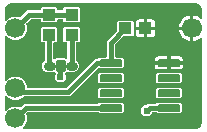
<source format=gtl>
G04 EAGLE Gerber X2 export*
%TF.Part,Single*%
%TF.FileFunction,Other,Top Copper*%
%TF.FilePolarity,Positive*%
%TF.GenerationSoftware,Autodesk,EAGLE,9.6.2*%
%TF.CreationDate,2024-01-02T09:51:12Z*%
G75*
%MOMM*%
%FSLAX34Y34*%
%LPD*%
%INTop Copper*%
%AMOC8*
5,1,8,0,0,1.08239X$1,22.5*%
G01*
%ADD10C,0.150000*%
%ADD11R,1.100000X1.000000*%
%ADD12C,1.700000*%
%ADD13C,0.800000*%
%ADD14C,0.400000*%
%ADD15C,0.406400*%
%ADD16C,0.604000*%

G36*
X164526Y3815D02*
X164526Y3815D01*
X164575Y3814D01*
X165634Y3919D01*
X165661Y3926D01*
X165689Y3926D01*
X165850Y3973D01*
X167807Y4783D01*
X167863Y4818D01*
X167923Y4844D01*
X167988Y4896D01*
X168016Y4913D01*
X168029Y4928D01*
X168054Y4948D01*
X169552Y6446D01*
X169590Y6499D01*
X169636Y6546D01*
X169676Y6619D01*
X169695Y6646D01*
X169701Y6664D01*
X169717Y6693D01*
X170527Y8650D01*
X170533Y8677D01*
X170547Y8702D01*
X170581Y8866D01*
X170686Y9925D01*
X170684Y9952D01*
X170689Y10000D01*
X170689Y80213D01*
X170678Y80283D01*
X170676Y80355D01*
X170658Y80404D01*
X170650Y80455D01*
X170616Y80519D01*
X170591Y80586D01*
X170559Y80627D01*
X170534Y80673D01*
X170483Y80722D01*
X170438Y80778D01*
X170394Y80806D01*
X170356Y80842D01*
X170291Y80872D01*
X170231Y80911D01*
X170180Y80924D01*
X170133Y80946D01*
X170062Y80954D01*
X169992Y80971D01*
X169940Y80967D01*
X169889Y80973D01*
X169818Y80957D01*
X169747Y80952D01*
X169699Y80932D01*
X169648Y80920D01*
X169587Y80884D01*
X169521Y80856D01*
X169465Y80811D01*
X169437Y80794D01*
X169422Y80777D01*
X169390Y80751D01*
X169118Y80479D01*
X167712Y79457D01*
X166163Y78668D01*
X164510Y78131D01*
X163448Y77963D01*
X163448Y88138D01*
X163445Y88158D01*
X163447Y88177D01*
X163425Y88279D01*
X163408Y88381D01*
X163399Y88398D01*
X163395Y88418D01*
X163342Y88507D01*
X163293Y88598D01*
X163279Y88612D01*
X163269Y88629D01*
X163190Y88696D01*
X163115Y88767D01*
X163097Y88776D01*
X163082Y88789D01*
X162986Y88828D01*
X162892Y88871D01*
X162872Y88873D01*
X162854Y88881D01*
X162687Y88899D01*
X161924Y88899D01*
X161924Y88901D01*
X162687Y88901D01*
X162707Y88904D01*
X162726Y88902D01*
X162828Y88924D01*
X162930Y88941D01*
X162947Y88950D01*
X162967Y88954D01*
X163056Y89007D01*
X163147Y89056D01*
X163161Y89070D01*
X163178Y89080D01*
X163245Y89159D01*
X163316Y89234D01*
X163325Y89252D01*
X163338Y89267D01*
X163377Y89363D01*
X163420Y89457D01*
X163422Y89477D01*
X163430Y89495D01*
X163448Y89662D01*
X163448Y99837D01*
X164510Y99669D01*
X166163Y99132D01*
X167712Y98343D01*
X169118Y97321D01*
X169390Y97049D01*
X169448Y97007D01*
X169500Y96958D01*
X169547Y96936D01*
X169589Y96906D01*
X169658Y96885D01*
X169723Y96854D01*
X169775Y96849D01*
X169825Y96833D01*
X169896Y96835D01*
X169967Y96827D01*
X170018Y96838D01*
X170070Y96840D01*
X170138Y96864D01*
X170208Y96880D01*
X170253Y96906D01*
X170301Y96924D01*
X170357Y96969D01*
X170419Y97006D01*
X170453Y97045D01*
X170493Y97078D01*
X170532Y97138D01*
X170579Y97193D01*
X170598Y97241D01*
X170626Y97285D01*
X170644Y97354D01*
X170671Y97421D01*
X170679Y97492D01*
X170687Y97523D01*
X170685Y97547D01*
X170689Y97587D01*
X170689Y104200D01*
X170685Y104226D01*
X170686Y104275D01*
X170581Y105334D01*
X170574Y105361D01*
X170574Y105389D01*
X170527Y105550D01*
X169717Y107507D01*
X169682Y107563D01*
X169656Y107623D01*
X169604Y107688D01*
X169587Y107716D01*
X169572Y107729D01*
X169552Y107754D01*
X168054Y109252D01*
X168001Y109290D01*
X167954Y109336D01*
X167881Y109376D01*
X167854Y109395D01*
X167836Y109401D01*
X167807Y109417D01*
X165850Y110227D01*
X165823Y110233D01*
X165798Y110247D01*
X165634Y110281D01*
X164575Y110386D01*
X164551Y110384D01*
X164536Y110386D01*
X164532Y110386D01*
X164500Y110389D01*
X10000Y110389D01*
X9978Y110386D01*
X9964Y110386D01*
X9961Y110385D01*
X9925Y110386D01*
X8866Y110281D01*
X8839Y110274D01*
X8811Y110274D01*
X8650Y110227D01*
X6693Y109417D01*
X6637Y109382D01*
X6577Y109356D01*
X6512Y109304D01*
X6484Y109287D01*
X6471Y109272D01*
X6446Y109252D01*
X4948Y107754D01*
X4910Y107701D01*
X4864Y107654D01*
X4824Y107581D01*
X4805Y107554D01*
X4799Y107536D01*
X4783Y107507D01*
X3973Y105550D01*
X3967Y105523D01*
X3953Y105498D01*
X3919Y105334D01*
X3814Y104275D01*
X3816Y104248D01*
X3811Y104200D01*
X3811Y96026D01*
X3822Y95955D01*
X3824Y95883D01*
X3842Y95834D01*
X3850Y95783D01*
X3884Y95720D01*
X3909Y95652D01*
X3941Y95612D01*
X3966Y95566D01*
X4018Y95516D01*
X4062Y95460D01*
X4106Y95432D01*
X4144Y95396D01*
X4209Y95366D01*
X4269Y95327D01*
X4320Y95314D01*
X4367Y95293D01*
X4438Y95285D01*
X4508Y95267D01*
X4560Y95271D01*
X4611Y95265D01*
X4682Y95281D01*
X4753Y95286D01*
X4801Y95307D01*
X4852Y95318D01*
X4913Y95354D01*
X4979Y95383D01*
X5035Y95427D01*
X5063Y95444D01*
X5078Y95462D01*
X5110Y95487D01*
X7021Y97399D01*
X10706Y98925D01*
X14694Y98925D01*
X16346Y98240D01*
X16413Y98225D01*
X16415Y98224D01*
X16416Y98224D01*
X16459Y98214D01*
X16573Y98185D01*
X16579Y98186D01*
X16585Y98184D01*
X16702Y98195D01*
X16818Y98204D01*
X16824Y98207D01*
X16830Y98207D01*
X16938Y98255D01*
X17045Y98301D01*
X17050Y98305D01*
X17055Y98307D01*
X17069Y98320D01*
X17117Y98359D01*
X17121Y98361D01*
X17124Y98365D01*
X17176Y98406D01*
X22902Y104132D01*
X33489Y104132D01*
X33509Y104135D01*
X33528Y104133D01*
X33630Y104155D01*
X33732Y104171D01*
X33749Y104181D01*
X33769Y104185D01*
X33858Y104238D01*
X33949Y104287D01*
X33963Y104301D01*
X33980Y104311D01*
X34047Y104390D01*
X34119Y104465D01*
X34127Y104483D01*
X34140Y104498D01*
X34179Y104594D01*
X34222Y104688D01*
X34224Y104708D01*
X34232Y104726D01*
X34250Y104893D01*
X34250Y106207D01*
X35143Y107100D01*
X47407Y107100D01*
X48300Y106207D01*
X48300Y104893D01*
X48303Y104873D01*
X48301Y104854D01*
X48323Y104752D01*
X48339Y104650D01*
X48349Y104633D01*
X48353Y104613D01*
X48406Y104524D01*
X48455Y104433D01*
X48469Y104419D01*
X48479Y104402D01*
X48558Y104335D01*
X48633Y104263D01*
X48651Y104255D01*
X48666Y104242D01*
X48762Y104203D01*
X48856Y104160D01*
X48876Y104158D01*
X48894Y104150D01*
X49061Y104132D01*
X52539Y104132D01*
X52559Y104135D01*
X52578Y104133D01*
X52680Y104155D01*
X52782Y104171D01*
X52799Y104181D01*
X52819Y104185D01*
X52908Y104238D01*
X52999Y104287D01*
X53013Y104301D01*
X53030Y104311D01*
X53097Y104390D01*
X53169Y104465D01*
X53177Y104483D01*
X53190Y104498D01*
X53229Y104594D01*
X53272Y104688D01*
X53274Y104708D01*
X53282Y104726D01*
X53300Y104893D01*
X53300Y106207D01*
X54193Y107100D01*
X66457Y107100D01*
X67350Y106207D01*
X67350Y94943D01*
X66457Y94050D01*
X54193Y94050D01*
X53300Y94943D01*
X53300Y96257D01*
X53297Y96277D01*
X53299Y96296D01*
X53277Y96398D01*
X53261Y96500D01*
X53251Y96517D01*
X53247Y96537D01*
X53194Y96626D01*
X53145Y96717D01*
X53131Y96731D01*
X53121Y96748D01*
X53042Y96815D01*
X52967Y96887D01*
X52949Y96895D01*
X52934Y96908D01*
X52838Y96947D01*
X52744Y96990D01*
X52724Y96992D01*
X52706Y97000D01*
X52539Y97018D01*
X49061Y97018D01*
X49041Y97015D01*
X49022Y97017D01*
X48920Y96995D01*
X48818Y96979D01*
X48801Y96969D01*
X48781Y96965D01*
X48692Y96912D01*
X48601Y96863D01*
X48587Y96849D01*
X48570Y96839D01*
X48503Y96760D01*
X48431Y96685D01*
X48423Y96667D01*
X48410Y96652D01*
X48371Y96556D01*
X48328Y96462D01*
X48326Y96442D01*
X48318Y96424D01*
X48300Y96257D01*
X48300Y94943D01*
X47407Y94050D01*
X35143Y94050D01*
X34250Y94943D01*
X34250Y96257D01*
X34247Y96277D01*
X34249Y96296D01*
X34227Y96398D01*
X34211Y96500D01*
X34201Y96517D01*
X34197Y96537D01*
X34144Y96626D01*
X34095Y96717D01*
X34081Y96731D01*
X34071Y96748D01*
X33992Y96815D01*
X33917Y96887D01*
X33899Y96895D01*
X33884Y96908D01*
X33788Y96947D01*
X33694Y96990D01*
X33674Y96992D01*
X33656Y97000D01*
X33489Y97018D01*
X26164Y97018D01*
X26073Y97004D01*
X25983Y96996D01*
X25953Y96984D01*
X25921Y96979D01*
X25840Y96936D01*
X25756Y96900D01*
X25724Y96874D01*
X25703Y96863D01*
X25681Y96840D01*
X25625Y96795D01*
X22206Y93376D01*
X22157Y93309D01*
X22154Y93305D01*
X22152Y93302D01*
X22138Y93281D01*
X22068Y93187D01*
X22066Y93181D01*
X22062Y93176D01*
X22028Y93065D01*
X21991Y92953D01*
X21991Y92947D01*
X21990Y92941D01*
X21993Y92824D01*
X21994Y92707D01*
X21996Y92700D01*
X21996Y92695D01*
X22002Y92677D01*
X22040Y92546D01*
X22725Y90894D01*
X22725Y86906D01*
X21199Y83221D01*
X18379Y80401D01*
X14694Y78875D01*
X10706Y78875D01*
X7021Y80401D01*
X5110Y82313D01*
X5052Y82354D01*
X5000Y82404D01*
X4953Y82426D01*
X4911Y82456D01*
X4842Y82477D01*
X4777Y82507D01*
X4725Y82513D01*
X4675Y82529D01*
X4604Y82527D01*
X4533Y82535D01*
X4482Y82524D01*
X4430Y82522D01*
X4362Y82498D01*
X4292Y82482D01*
X4247Y82456D01*
X4199Y82438D01*
X4143Y82393D01*
X4081Y82356D01*
X4047Y82317D01*
X4007Y82284D01*
X3968Y82224D01*
X3921Y82169D01*
X3902Y82121D01*
X3874Y82077D01*
X3856Y82008D01*
X3829Y81941D01*
X3821Y81870D01*
X3813Y81839D01*
X3815Y81815D01*
X3811Y81774D01*
X3811Y45226D01*
X3822Y45155D01*
X3824Y45083D01*
X3842Y45034D01*
X3850Y44983D01*
X3884Y44920D01*
X3909Y44852D01*
X3941Y44812D01*
X3966Y44766D01*
X4018Y44716D01*
X4062Y44660D01*
X4106Y44632D01*
X4144Y44596D01*
X4209Y44566D01*
X4269Y44527D01*
X4320Y44514D01*
X4367Y44493D01*
X4438Y44485D01*
X4508Y44467D01*
X4560Y44471D01*
X4611Y44465D01*
X4682Y44481D01*
X4753Y44486D01*
X4801Y44507D01*
X4852Y44518D01*
X4913Y44554D01*
X4979Y44583D01*
X5035Y44627D01*
X5063Y44644D01*
X5078Y44662D01*
X5110Y44687D01*
X7021Y46599D01*
X10706Y48125D01*
X14694Y48125D01*
X18379Y46599D01*
X21199Y43779D01*
X22725Y40094D01*
X22725Y39243D01*
X22728Y39223D01*
X22726Y39204D01*
X22748Y39102D01*
X22764Y39000D01*
X22774Y38983D01*
X22778Y38963D01*
X22831Y38874D01*
X22880Y38783D01*
X22894Y38769D01*
X22904Y38752D01*
X22983Y38685D01*
X23058Y38613D01*
X23076Y38605D01*
X23091Y38592D01*
X23187Y38553D01*
X23281Y38510D01*
X23301Y38508D01*
X23319Y38500D01*
X23486Y38482D01*
X55361Y38482D01*
X55452Y38496D01*
X55542Y38504D01*
X55572Y38516D01*
X55604Y38521D01*
X55685Y38564D01*
X55769Y38600D01*
X55801Y38626D01*
X55822Y38637D01*
X55844Y38660D01*
X55900Y38705D01*
X80442Y63247D01*
X82584Y63247D01*
X82675Y63261D01*
X82765Y63269D01*
X82795Y63281D01*
X82827Y63286D01*
X82908Y63329D01*
X82992Y63365D01*
X83024Y63391D01*
X83045Y63402D01*
X83067Y63425D01*
X83123Y63470D01*
X83868Y64215D01*
X89242Y64215D01*
X89262Y64218D01*
X89281Y64216D01*
X89383Y64238D01*
X89485Y64254D01*
X89502Y64264D01*
X89522Y64268D01*
X89611Y64321D01*
X89702Y64370D01*
X89716Y64384D01*
X89733Y64394D01*
X89800Y64473D01*
X89872Y64548D01*
X89880Y64566D01*
X89893Y64581D01*
X89932Y64677D01*
X89975Y64771D01*
X89977Y64791D01*
X89985Y64809D01*
X90003Y64976D01*
X90003Y78133D01*
X98552Y86682D01*
X98605Y86756D01*
X98665Y86826D01*
X98677Y86856D01*
X98696Y86882D01*
X98723Y86969D01*
X98757Y87054D01*
X98761Y87095D01*
X98768Y87117D01*
X98767Y87149D01*
X98775Y87221D01*
X98775Y94532D01*
X99668Y95425D01*
X111932Y95425D01*
X112825Y94532D01*
X112825Y83268D01*
X111932Y82375D01*
X104621Y82375D01*
X104530Y82361D01*
X104440Y82353D01*
X104410Y82341D01*
X104378Y82336D01*
X104297Y82293D01*
X104213Y82257D01*
X104181Y82231D01*
X104160Y82220D01*
X104138Y82197D01*
X104082Y82152D01*
X97340Y75410D01*
X97287Y75336D01*
X97227Y75266D01*
X97215Y75236D01*
X97196Y75210D01*
X97169Y75123D01*
X97135Y75038D01*
X97131Y74997D01*
X97124Y74975D01*
X97125Y74943D01*
X97117Y74871D01*
X97117Y64976D01*
X97120Y64956D01*
X97118Y64937D01*
X97140Y64835D01*
X97156Y64733D01*
X97166Y64716D01*
X97170Y64696D01*
X97223Y64607D01*
X97272Y64516D01*
X97286Y64502D01*
X97296Y64485D01*
X97375Y64418D01*
X97450Y64346D01*
X97468Y64338D01*
X97483Y64325D01*
X97579Y64286D01*
X97673Y64243D01*
X97693Y64241D01*
X97711Y64233D01*
X97878Y64215D01*
X103252Y64215D01*
X104585Y62882D01*
X104585Y56498D01*
X103252Y55165D01*
X83868Y55165D01*
X83682Y55351D01*
X83666Y55362D01*
X83654Y55378D01*
X83566Y55434D01*
X83483Y55494D01*
X83464Y55500D01*
X83447Y55511D01*
X83346Y55536D01*
X83248Y55567D01*
X83228Y55566D01*
X83208Y55571D01*
X83105Y55563D01*
X83002Y55560D01*
X82983Y55553D01*
X82963Y55552D01*
X82868Y55511D01*
X82771Y55476D01*
X82755Y55463D01*
X82737Y55456D01*
X82606Y55351D01*
X58623Y31368D01*
X20461Y31368D01*
X20371Y31354D01*
X20280Y31346D01*
X20250Y31334D01*
X20218Y31329D01*
X20137Y31286D01*
X20053Y31250D01*
X20021Y31224D01*
X20001Y31213D01*
X19978Y31190D01*
X19922Y31145D01*
X18379Y29601D01*
X14694Y28075D01*
X10706Y28075D01*
X7021Y29601D01*
X5110Y31513D01*
X5052Y31554D01*
X5000Y31604D01*
X4953Y31626D01*
X4911Y31656D01*
X4842Y31677D01*
X4777Y31707D01*
X4725Y31713D01*
X4675Y31729D01*
X4604Y31727D01*
X4533Y31735D01*
X4482Y31724D01*
X4430Y31722D01*
X4362Y31698D01*
X4292Y31682D01*
X4247Y31656D01*
X4199Y31638D01*
X4143Y31593D01*
X4081Y31556D01*
X4047Y31517D01*
X4007Y31484D01*
X3968Y31424D01*
X3921Y31369D01*
X3902Y31321D01*
X3874Y31277D01*
X3856Y31208D01*
X3829Y31141D01*
X3821Y31070D01*
X3813Y31039D01*
X3815Y31015D01*
X3811Y30974D01*
X3811Y19826D01*
X3822Y19755D01*
X3824Y19683D01*
X3842Y19634D01*
X3850Y19583D01*
X3884Y19520D01*
X3909Y19452D01*
X3941Y19412D01*
X3966Y19366D01*
X4018Y19316D01*
X4062Y19260D01*
X4106Y19232D01*
X4144Y19196D01*
X4209Y19166D01*
X4269Y19127D01*
X4320Y19114D01*
X4367Y19093D01*
X4438Y19085D01*
X4508Y19067D01*
X4560Y19071D01*
X4611Y19065D01*
X4682Y19081D01*
X4753Y19086D01*
X4801Y19107D01*
X4852Y19118D01*
X4913Y19154D01*
X4979Y19183D01*
X5035Y19227D01*
X5063Y19244D01*
X5078Y19262D01*
X5110Y19287D01*
X7021Y21199D01*
X10706Y22725D01*
X14694Y22725D01*
X16346Y22040D01*
X16459Y22014D01*
X16573Y21985D01*
X16579Y21986D01*
X16585Y21984D01*
X16702Y21995D01*
X16818Y22004D01*
X16824Y22007D01*
X16830Y22007D01*
X16937Y22055D01*
X17045Y22101D01*
X17050Y22105D01*
X17055Y22107D01*
X17069Y22120D01*
X17176Y22206D01*
X20117Y25147D01*
X82584Y25147D01*
X82675Y25161D01*
X82765Y25169D01*
X82795Y25181D01*
X82827Y25186D01*
X82908Y25229D01*
X82992Y25265D01*
X83024Y25291D01*
X83045Y25302D01*
X83067Y25325D01*
X83123Y25370D01*
X83868Y26115D01*
X103252Y26115D01*
X104585Y24782D01*
X104585Y18398D01*
X103252Y17065D01*
X83868Y17065D01*
X83123Y17810D01*
X83049Y17863D01*
X82979Y17923D01*
X82949Y17935D01*
X82923Y17954D01*
X82836Y17981D01*
X82751Y18015D01*
X82710Y18019D01*
X82688Y18026D01*
X82656Y18025D01*
X82584Y18033D01*
X23379Y18033D01*
X23289Y18019D01*
X23198Y18011D01*
X23168Y17999D01*
X23136Y17994D01*
X23055Y17951D01*
X22971Y17915D01*
X22939Y17889D01*
X22918Y17878D01*
X22896Y17855D01*
X22840Y17810D01*
X22206Y17176D01*
X22137Y17081D01*
X22068Y16987D01*
X22066Y16981D01*
X22062Y16976D01*
X22028Y16865D01*
X21991Y16753D01*
X21991Y16747D01*
X21990Y16741D01*
X21993Y16624D01*
X21994Y16507D01*
X21996Y16500D01*
X21996Y16495D01*
X22002Y16477D01*
X22040Y16346D01*
X22725Y14694D01*
X22725Y10706D01*
X21199Y7021D01*
X19287Y5110D01*
X19246Y5052D01*
X19196Y5000D01*
X19174Y4953D01*
X19144Y4911D01*
X19123Y4842D01*
X19093Y4777D01*
X19087Y4725D01*
X19071Y4675D01*
X19073Y4604D01*
X19065Y4533D01*
X19076Y4482D01*
X19078Y4430D01*
X19102Y4362D01*
X19118Y4292D01*
X19144Y4247D01*
X19162Y4199D01*
X19207Y4143D01*
X19244Y4081D01*
X19283Y4047D01*
X19316Y4007D01*
X19376Y3968D01*
X19431Y3921D01*
X19479Y3902D01*
X19523Y3874D01*
X19592Y3856D01*
X19659Y3829D01*
X19730Y3821D01*
X19761Y3813D01*
X19785Y3815D01*
X19826Y3811D01*
X164500Y3811D01*
X164526Y3815D01*
G37*
%LPC*%
G36*
X48917Y43080D02*
X48917Y43080D01*
X46255Y45742D01*
X46255Y49508D01*
X46818Y50070D01*
X46830Y50087D01*
X46845Y50099D01*
X46902Y50186D01*
X46962Y50270D01*
X46968Y50289D01*
X46978Y50306D01*
X47004Y50406D01*
X47034Y50505D01*
X47034Y50525D01*
X47038Y50545D01*
X47030Y50648D01*
X47028Y50751D01*
X47021Y50770D01*
X47019Y50790D01*
X46979Y50885D01*
X46943Y50982D01*
X46931Y50998D01*
X46923Y51016D01*
X46818Y51147D01*
X45873Y52092D01*
X45779Y52160D01*
X45685Y52230D01*
X45679Y52232D01*
X45674Y52235D01*
X45562Y52270D01*
X45451Y52306D01*
X45445Y52306D01*
X45439Y52308D01*
X45322Y52305D01*
X45205Y52304D01*
X45198Y52302D01*
X45193Y52301D01*
X45175Y52295D01*
X45044Y52257D01*
X43519Y51625D01*
X39321Y51625D01*
X37290Y52466D01*
X35736Y54020D01*
X34895Y56051D01*
X34895Y58249D01*
X35736Y60280D01*
X37313Y61856D01*
X37347Y61878D01*
X37448Y61938D01*
X37452Y61942D01*
X37457Y61946D01*
X37532Y62036D01*
X37608Y62125D01*
X37610Y62130D01*
X37614Y62135D01*
X37656Y62244D01*
X37700Y62353D01*
X37701Y62360D01*
X37702Y62365D01*
X37703Y62383D01*
X37718Y62519D01*
X37718Y76289D01*
X37715Y76309D01*
X37717Y76328D01*
X37695Y76430D01*
X37679Y76532D01*
X37669Y76549D01*
X37665Y76569D01*
X37612Y76658D01*
X37563Y76749D01*
X37549Y76763D01*
X37539Y76780D01*
X37460Y76847D01*
X37385Y76919D01*
X37367Y76927D01*
X37352Y76940D01*
X37256Y76979D01*
X37162Y77022D01*
X37142Y77024D01*
X37124Y77032D01*
X36957Y77050D01*
X35143Y77050D01*
X34250Y77943D01*
X34250Y89207D01*
X35143Y90100D01*
X47407Y90100D01*
X48300Y89207D01*
X48300Y77943D01*
X47407Y77050D01*
X45593Y77050D01*
X45573Y77047D01*
X45554Y77049D01*
X45452Y77027D01*
X45350Y77011D01*
X45333Y77001D01*
X45313Y76997D01*
X45224Y76944D01*
X45133Y76895D01*
X45119Y76881D01*
X45102Y76871D01*
X45035Y76792D01*
X44963Y76717D01*
X44955Y76699D01*
X44942Y76684D01*
X44903Y76588D01*
X44860Y76494D01*
X44858Y76474D01*
X44850Y76456D01*
X44832Y76289D01*
X44832Y63004D01*
X44843Y62934D01*
X44845Y62862D01*
X44863Y62813D01*
X44871Y62762D01*
X44905Y62698D01*
X44930Y62631D01*
X44962Y62590D01*
X44987Y62544D01*
X45039Y62495D01*
X45083Y62439D01*
X45127Y62411D01*
X45165Y62375D01*
X45230Y62345D01*
X45290Y62306D01*
X45341Y62293D01*
X45388Y62271D01*
X45459Y62263D01*
X45529Y62246D01*
X45581Y62250D01*
X45632Y62244D01*
X45703Y62259D01*
X45774Y62265D01*
X45822Y62285D01*
X45873Y62296D01*
X45934Y62333D01*
X46000Y62361D01*
X46056Y62406D01*
X46084Y62422D01*
X46099Y62440D01*
X46131Y62466D01*
X47340Y63675D01*
X54260Y63675D01*
X55324Y62611D01*
X55382Y62569D01*
X55434Y62520D01*
X55481Y62498D01*
X55523Y62467D01*
X55592Y62446D01*
X55657Y62416D01*
X55709Y62410D01*
X55759Y62395D01*
X55830Y62397D01*
X55901Y62389D01*
X55952Y62400D01*
X56004Y62401D01*
X56072Y62426D01*
X56142Y62441D01*
X56187Y62468D01*
X56235Y62486D01*
X56291Y62531D01*
X56353Y62567D01*
X56387Y62607D01*
X56427Y62640D01*
X56466Y62700D01*
X56513Y62754D01*
X56532Y62803D01*
X56560Y62847D01*
X56578Y62916D01*
X56605Y62983D01*
X56613Y63054D01*
X56621Y63085D01*
X56619Y63108D01*
X56623Y63149D01*
X56623Y76289D01*
X56620Y76309D01*
X56622Y76328D01*
X56600Y76430D01*
X56584Y76532D01*
X56574Y76549D01*
X56570Y76569D01*
X56517Y76658D01*
X56468Y76749D01*
X56454Y76763D01*
X56444Y76780D01*
X56365Y76847D01*
X56290Y76919D01*
X56272Y76927D01*
X56257Y76940D01*
X56161Y76979D01*
X56067Y77022D01*
X56047Y77024D01*
X56029Y77032D01*
X55862Y77050D01*
X54193Y77050D01*
X53300Y77943D01*
X53300Y89207D01*
X54193Y90100D01*
X66457Y90100D01*
X67350Y89207D01*
X67350Y77943D01*
X66457Y77050D01*
X64498Y77050D01*
X64478Y77047D01*
X64459Y77049D01*
X64357Y77027D01*
X64255Y77011D01*
X64238Y77001D01*
X64218Y76997D01*
X64129Y76944D01*
X64038Y76895D01*
X64024Y76881D01*
X64007Y76871D01*
X63940Y76792D01*
X63868Y76717D01*
X63860Y76699D01*
X63847Y76684D01*
X63808Y76588D01*
X63765Y76494D01*
X63763Y76474D01*
X63755Y76456D01*
X63737Y76289D01*
X63737Y62580D01*
X63756Y62464D01*
X63773Y62349D01*
X63775Y62343D01*
X63776Y62337D01*
X63831Y62234D01*
X63884Y62129D01*
X63889Y62125D01*
X63892Y62119D01*
X63976Y62040D01*
X64060Y61957D01*
X64066Y61953D01*
X64070Y61950D01*
X64087Y61942D01*
X64207Y61876D01*
X64310Y61834D01*
X65864Y60280D01*
X66705Y58249D01*
X66705Y56051D01*
X65864Y54020D01*
X64310Y52466D01*
X62279Y51625D01*
X58081Y51625D01*
X56556Y52257D01*
X56443Y52283D01*
X56329Y52312D01*
X56323Y52312D01*
X56317Y52313D01*
X56201Y52302D01*
X56084Y52293D01*
X56078Y52291D01*
X56072Y52290D01*
X55966Y52243D01*
X55858Y52197D01*
X55852Y52192D01*
X55847Y52190D01*
X55834Y52177D01*
X55727Y52092D01*
X54782Y51147D01*
X54770Y51131D01*
X54755Y51118D01*
X54699Y51031D01*
X54638Y50947D01*
X54632Y50928D01*
X54622Y50912D01*
X54596Y50811D01*
X54566Y50712D01*
X54566Y50692D01*
X54562Y50673D01*
X54570Y50570D01*
X54572Y50466D01*
X54579Y50448D01*
X54581Y50428D01*
X54621Y50333D01*
X54657Y50235D01*
X54669Y50220D01*
X54677Y50201D01*
X54782Y50070D01*
X55345Y49508D01*
X55345Y45742D01*
X52683Y43080D01*
X48917Y43080D01*
G37*
%LPD*%
%LPC*%
G36*
X121942Y14505D02*
X121942Y14505D01*
X119280Y17167D01*
X119280Y20933D01*
X121942Y23595D01*
X123024Y23595D01*
X123115Y23609D01*
X123205Y23617D01*
X123235Y23629D01*
X123267Y23634D01*
X123348Y23677D01*
X123432Y23713D01*
X123464Y23739D01*
X123485Y23750D01*
X123492Y23758D01*
X123493Y23758D01*
X123509Y23774D01*
X123563Y23818D01*
X124892Y25147D01*
X131684Y25147D01*
X131775Y25161D01*
X131865Y25169D01*
X131895Y25181D01*
X131927Y25186D01*
X132008Y25229D01*
X132092Y25265D01*
X132124Y25291D01*
X132145Y25302D01*
X132167Y25325D01*
X132223Y25370D01*
X132968Y26115D01*
X152352Y26115D01*
X153685Y24782D01*
X153685Y18398D01*
X152352Y17065D01*
X132968Y17065D01*
X132223Y17810D01*
X132149Y17863D01*
X132079Y17923D01*
X132049Y17935D01*
X132023Y17954D01*
X131936Y17981D01*
X131851Y18015D01*
X131810Y18019D01*
X131788Y18026D01*
X131756Y18025D01*
X131684Y18033D01*
X129131Y18033D01*
X129111Y18030D01*
X129092Y18032D01*
X128990Y18010D01*
X128888Y17994D01*
X128871Y17984D01*
X128851Y17980D01*
X128762Y17927D01*
X128671Y17878D01*
X128657Y17864D01*
X128640Y17854D01*
X128573Y17775D01*
X128501Y17700D01*
X128493Y17682D01*
X128480Y17667D01*
X128441Y17571D01*
X128398Y17477D01*
X128396Y17457D01*
X128388Y17439D01*
X128370Y17272D01*
X128370Y17167D01*
X125708Y14505D01*
X121942Y14505D01*
G37*
%LPD*%
%LPC*%
G36*
X132968Y42465D02*
X132968Y42465D01*
X131635Y43798D01*
X131635Y50182D01*
X132968Y51515D01*
X152352Y51515D01*
X153685Y50182D01*
X153685Y43798D01*
X152352Y42465D01*
X132968Y42465D01*
G37*
%LPD*%
%LPC*%
G36*
X83868Y42465D02*
X83868Y42465D01*
X82535Y43798D01*
X82535Y50182D01*
X83868Y51515D01*
X103252Y51515D01*
X104585Y50182D01*
X104585Y43798D01*
X103252Y42465D01*
X83868Y42465D01*
G37*
%LPD*%
%LPC*%
G36*
X132968Y29765D02*
X132968Y29765D01*
X131635Y31098D01*
X131635Y37482D01*
X132968Y38815D01*
X152352Y38815D01*
X153685Y37482D01*
X153685Y31098D01*
X152352Y29765D01*
X132968Y29765D01*
G37*
%LPD*%
%LPC*%
G36*
X83868Y29765D02*
X83868Y29765D01*
X82535Y31098D01*
X82535Y37482D01*
X83868Y38815D01*
X103252Y38815D01*
X104585Y37482D01*
X104585Y31098D01*
X103252Y29765D01*
X83868Y29765D01*
G37*
%LPD*%
%LPC*%
G36*
X150988Y90423D02*
X150988Y90423D01*
X151156Y91485D01*
X151693Y93138D01*
X152482Y94687D01*
X153504Y96093D01*
X154732Y97321D01*
X156138Y98343D01*
X157687Y99132D01*
X159340Y99669D01*
X160402Y99837D01*
X160402Y90423D01*
X150988Y90423D01*
G37*
%LPD*%
%LPC*%
G36*
X159340Y78131D02*
X159340Y78131D01*
X157687Y78668D01*
X156138Y79457D01*
X154732Y80479D01*
X153504Y81707D01*
X152482Y83113D01*
X151693Y84662D01*
X151156Y86315D01*
X150988Y87377D01*
X160402Y87377D01*
X160402Y77963D01*
X159340Y78131D01*
G37*
%LPD*%
%LPC*%
G36*
X144159Y61189D02*
X144159Y61189D01*
X144159Y65231D01*
X151843Y65231D01*
X152680Y65006D01*
X153431Y64573D01*
X154043Y63961D01*
X154476Y63210D01*
X154701Y62373D01*
X154701Y61189D01*
X144159Y61189D01*
G37*
%LPD*%
%LPC*%
G36*
X130619Y61189D02*
X130619Y61189D01*
X130619Y62373D01*
X130844Y63210D01*
X131277Y63961D01*
X131889Y64573D01*
X132640Y65006D01*
X133477Y65231D01*
X141161Y65231D01*
X141161Y61189D01*
X130619Y61189D01*
G37*
%LPD*%
%LPC*%
G36*
X144159Y54149D02*
X144159Y54149D01*
X144159Y58191D01*
X154701Y58191D01*
X154701Y57007D01*
X154476Y56170D01*
X154043Y55419D01*
X153431Y54807D01*
X152680Y54374D01*
X151843Y54149D01*
X144159Y54149D01*
G37*
%LPD*%
%LPC*%
G36*
X133477Y54149D02*
X133477Y54149D01*
X132640Y54374D01*
X131889Y54807D01*
X131277Y55419D01*
X130844Y56170D01*
X130619Y57007D01*
X130619Y58191D01*
X141161Y58191D01*
X141161Y54149D01*
X133477Y54149D01*
G37*
%LPD*%
%LPC*%
G36*
X124323Y90423D02*
X124323Y90423D01*
X124323Y96441D01*
X128634Y96441D01*
X129281Y96268D01*
X129860Y95933D01*
X130333Y95460D01*
X130668Y94881D01*
X130841Y94234D01*
X130841Y90423D01*
X124323Y90423D01*
G37*
%LPD*%
%LPC*%
G36*
X114759Y90423D02*
X114759Y90423D01*
X114759Y94234D01*
X114932Y94881D01*
X115267Y95460D01*
X115740Y95933D01*
X116319Y96268D01*
X116966Y96441D01*
X121277Y96441D01*
X121277Y90423D01*
X114759Y90423D01*
G37*
%LPD*%
%LPC*%
G36*
X124323Y81359D02*
X124323Y81359D01*
X124323Y87377D01*
X130841Y87377D01*
X130841Y83565D01*
X130668Y82919D01*
X130333Y82340D01*
X129860Y81867D01*
X129281Y81532D01*
X128634Y81359D01*
X124323Y81359D01*
G37*
%LPD*%
%LPC*%
G36*
X116966Y81359D02*
X116966Y81359D01*
X116319Y81532D01*
X115740Y81867D01*
X115267Y82340D01*
X114932Y82919D01*
X114759Y83566D01*
X114759Y87377D01*
X121277Y87377D01*
X121277Y81359D01*
X116966Y81359D01*
G37*
%LPD*%
%LPC*%
G36*
X122799Y88899D02*
X122799Y88899D01*
X122799Y88901D01*
X122801Y88901D01*
X122801Y88899D01*
X122799Y88899D01*
G37*
%LPD*%
D10*
X102310Y57440D02*
X84810Y57440D01*
X84810Y61940D01*
X102310Y61940D01*
X102310Y57440D01*
X102310Y58865D02*
X84810Y58865D01*
X84810Y60290D02*
X102310Y60290D01*
X102310Y61715D02*
X84810Y61715D01*
X84810Y44740D02*
X102310Y44740D01*
X84810Y44740D02*
X84810Y49240D01*
X102310Y49240D01*
X102310Y44740D01*
X102310Y46165D02*
X84810Y46165D01*
X84810Y47590D02*
X102310Y47590D01*
X102310Y49015D02*
X84810Y49015D01*
X84810Y32040D02*
X102310Y32040D01*
X84810Y32040D02*
X84810Y36540D01*
X102310Y36540D01*
X102310Y32040D01*
X102310Y33465D02*
X84810Y33465D01*
X84810Y34890D02*
X102310Y34890D01*
X102310Y36315D02*
X84810Y36315D01*
X84810Y19340D02*
X102310Y19340D01*
X84810Y19340D02*
X84810Y23840D01*
X102310Y23840D01*
X102310Y19340D01*
X102310Y20765D02*
X84810Y20765D01*
X84810Y22190D02*
X102310Y22190D01*
X102310Y23615D02*
X84810Y23615D01*
X133910Y19340D02*
X151410Y19340D01*
X133910Y19340D02*
X133910Y23840D01*
X151410Y23840D01*
X151410Y19340D01*
X151410Y20765D02*
X133910Y20765D01*
X133910Y22190D02*
X151410Y22190D01*
X151410Y23615D02*
X133910Y23615D01*
X133910Y32040D02*
X151410Y32040D01*
X133910Y32040D02*
X133910Y36540D01*
X151410Y36540D01*
X151410Y32040D01*
X151410Y33465D02*
X133910Y33465D01*
X133910Y34890D02*
X151410Y34890D01*
X151410Y36315D02*
X133910Y36315D01*
X133910Y44740D02*
X151410Y44740D01*
X133910Y44740D02*
X133910Y49240D01*
X151410Y49240D01*
X151410Y44740D01*
X151410Y46165D02*
X133910Y46165D01*
X133910Y47590D02*
X151410Y47590D01*
X151410Y49015D02*
X133910Y49015D01*
X133910Y57440D02*
X151410Y57440D01*
X133910Y57440D02*
X133910Y61940D01*
X151410Y61940D01*
X151410Y57440D01*
X151410Y58865D02*
X133910Y58865D01*
X133910Y60290D02*
X151410Y60290D01*
X151410Y61715D02*
X133910Y61715D01*
D11*
X105800Y88900D03*
X122800Y88900D03*
D12*
X12700Y38100D03*
X161925Y88900D03*
X12700Y88900D03*
X12700Y12700D03*
D11*
X41275Y83575D03*
X41275Y100575D03*
X60325Y83575D03*
X60325Y100575D03*
D13*
X61180Y57150D02*
X59180Y57150D01*
D14*
X48800Y54150D02*
X48800Y60150D01*
X52800Y60150D01*
X52800Y54150D01*
X48800Y54150D01*
X48800Y57950D02*
X52800Y57950D01*
D13*
X42420Y57150D02*
X40420Y57150D01*
D15*
X93560Y76660D02*
X105800Y88900D01*
X93560Y76660D02*
X93560Y59690D01*
X81915Y59690D01*
X57150Y34925D02*
X15875Y34925D01*
X12700Y38100D01*
X57150Y34925D02*
X81915Y59690D01*
X93560Y59690D02*
X93766Y59896D01*
D16*
X146050Y104775D03*
X50800Y47625D03*
X123825Y19050D03*
D15*
X126365Y21590D01*
X142660Y21590D01*
X50800Y47625D02*
X50800Y57150D01*
X21590Y21590D02*
X93560Y21590D01*
X21590Y21590D02*
X12700Y12700D01*
X41275Y100575D02*
X60325Y100575D01*
X41275Y100575D02*
X24375Y100575D01*
X12700Y88900D01*
X60180Y83430D02*
X60180Y57150D01*
X60180Y83430D02*
X60325Y83575D01*
X41420Y60325D02*
X41420Y57150D01*
X41420Y60325D02*
X41275Y60470D01*
X41275Y83575D01*
M02*

</source>
